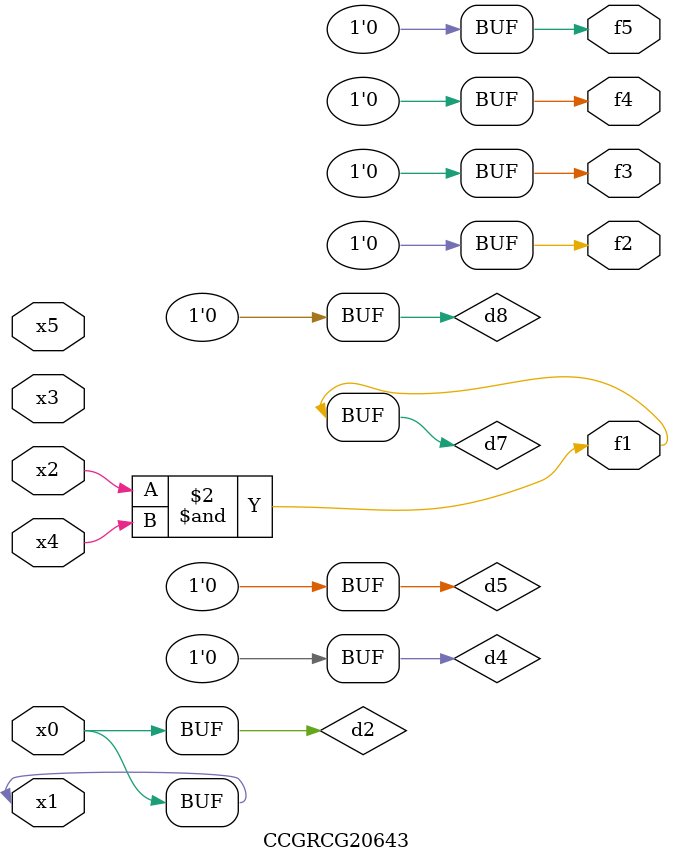
<source format=v>
module CCGRCG20643(
	input x0, x1, x2, x3, x4, x5,
	output f1, f2, f3, f4, f5
);

	wire d1, d2, d3, d4, d5, d6, d7, d8, d9;

	nand (d1, x1);
	buf (d2, x0, x1);
	nand (d3, x2, x4);
	and (d4, d1, d2);
	and (d5, d1, d2);
	nand (d6, d1, d3);
	not (d7, d3);
	xor (d8, d5);
	nor (d9, d5, d6);
	assign f1 = d7;
	assign f2 = d8;
	assign f3 = d8;
	assign f4 = d8;
	assign f5 = d8;
endmodule

</source>
